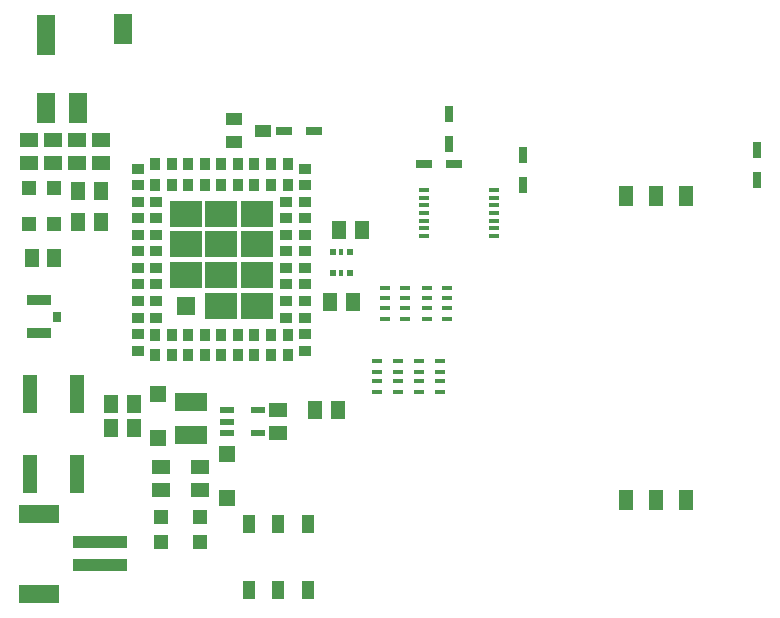
<source format=gbr>
G04 EAGLE Gerber RS-274X export*
G75*
%MOMM*%
%FSLAX34Y34*%
%LPD*%
%INSolderpaste Top*%
%IPPOS*%
%AMOC8*
5,1,8,0,0,1.08239X$1,22.5*%
G01*
%ADD10R,0.900000X1.100000*%
%ADD11R,1.100000X0.900000*%
%ADD12R,1.500000X1.500000*%
%ADD13R,2.700000X2.300000*%
%ADD14R,1.200000X0.550000*%
%ADD15R,1.200000X1.200000*%
%ADD16R,1.500000X1.300000*%
%ADD17R,4.600000X1.000000*%
%ADD18R,3.400000X1.600000*%
%ADD19R,1.300000X1.500000*%
%ADD20R,1.200000X3.200000*%
%ADD21R,1.400000X1.400000*%
%ADD22R,2.700000X1.600000*%
%ADD23R,0.500000X0.500000*%
%ADD24R,0.400000X0.500000*%
%ADD25R,0.900000X0.450000*%
%ADD26R,1.300000X1.700000*%
%ADD27R,1.350000X0.800000*%
%ADD28R,1.400000X1.000000*%
%ADD29R,0.800000X1.350000*%
%ADD30R,0.900000X0.350000*%
%ADD31R,1.500000X2.500000*%
%ADD32R,1.500000X3.400000*%
%ADD33R,0.762000X0.965200*%
%ADD34R,2.133600X0.812800*%
%ADD35R,1.000000X1.500000*%


D10*
X121800Y221260D03*
X135800Y221260D03*
X149800Y221260D03*
X163800Y221260D03*
X177800Y221260D03*
X191800Y221260D03*
X205800Y221260D03*
X219800Y221260D03*
X233800Y221260D03*
D11*
X248800Y225260D03*
X248800Y239260D03*
X248800Y253260D03*
X248800Y267260D03*
X248800Y281260D03*
X248800Y295260D03*
X248800Y309260D03*
X248800Y323260D03*
X248800Y337260D03*
X248800Y351260D03*
X248800Y365260D03*
X248800Y379260D03*
D10*
X233800Y383260D03*
X219800Y383260D03*
X205800Y383260D03*
X191800Y383260D03*
X177800Y383260D03*
X163800Y383260D03*
X149800Y383260D03*
X135800Y383260D03*
X121800Y383260D03*
D11*
X106800Y379260D03*
X106800Y365260D03*
X106800Y351260D03*
X106800Y337260D03*
X106800Y323260D03*
X106800Y309260D03*
X106800Y295260D03*
X106800Y281260D03*
X106800Y267260D03*
X106800Y253260D03*
X106800Y239260D03*
X106800Y225260D03*
D10*
X121800Y238660D03*
X135800Y238660D03*
X149800Y238660D03*
X163800Y238660D03*
X177800Y238660D03*
X191800Y238660D03*
X205800Y238660D03*
X219800Y238660D03*
X233800Y238660D03*
D11*
X232800Y253260D03*
X232800Y267260D03*
X232800Y281260D03*
X232800Y295260D03*
X232800Y309260D03*
X232800Y323260D03*
X232800Y337260D03*
X232800Y351260D03*
D10*
X233800Y365860D03*
X219800Y365860D03*
X205800Y365860D03*
X191800Y365860D03*
X177800Y365860D03*
X163800Y365860D03*
X149800Y365860D03*
X135800Y365860D03*
X121800Y365860D03*
D11*
X122800Y351260D03*
X122800Y337260D03*
X122800Y323260D03*
X122800Y309260D03*
X122800Y295260D03*
X122800Y281260D03*
X122800Y267260D03*
X122800Y253260D03*
D12*
X147800Y263260D03*
D13*
X177800Y263260D03*
X207800Y263260D03*
X207800Y289260D03*
X207800Y315260D03*
X207800Y341260D03*
X177800Y341260D03*
X147800Y341260D03*
X147800Y315260D03*
X147800Y289260D03*
X177800Y289260D03*
X177800Y315260D03*
D14*
X182579Y174600D03*
X182579Y165100D03*
X182579Y155600D03*
X208581Y155600D03*
X208581Y174600D03*
D15*
X160020Y84160D03*
X160020Y63160D03*
X127000Y63160D03*
X127000Y84160D03*
D16*
X160020Y107340D03*
X160020Y126340D03*
X127000Y107340D03*
X127000Y126340D03*
D17*
X75100Y43340D03*
X75100Y63340D03*
D18*
X23100Y19340D03*
X23100Y87340D03*
D16*
X226060Y155600D03*
X226060Y174600D03*
D19*
X257200Y175260D03*
X276200Y175260D03*
D20*
X15560Y120940D03*
X15560Y188940D03*
X55560Y188940D03*
X55560Y120940D03*
D21*
X124460Y151680D03*
X124460Y188680D03*
D19*
X103480Y180340D03*
X84480Y180340D03*
X103480Y160020D03*
X84480Y160020D03*
D22*
X152400Y153640D03*
X152400Y181640D03*
D23*
X286900Y308720D03*
D24*
X279400Y308720D03*
D23*
X271900Y308720D03*
X271900Y290720D03*
D24*
X279400Y290720D03*
D23*
X286900Y290720D03*
D19*
X277520Y327660D03*
X296520Y327660D03*
D15*
X14900Y332740D03*
X35900Y332740D03*
X14900Y363220D03*
X35900Y363220D03*
D19*
X17170Y303530D03*
X36170Y303530D03*
X56540Y360680D03*
X75540Y360680D03*
D25*
X345500Y190470D03*
X362500Y190470D03*
X345500Y199470D03*
X345500Y207470D03*
X345500Y216470D03*
X362500Y216470D03*
X362500Y199470D03*
X362500Y207470D03*
X326940Y216470D03*
X309940Y216470D03*
X326940Y207470D03*
X326940Y199470D03*
X326940Y190470D03*
X309940Y190470D03*
X309940Y207470D03*
X309940Y199470D03*
X315940Y252430D03*
X332940Y252430D03*
X315940Y261430D03*
X315940Y269430D03*
X315940Y278430D03*
X332940Y278430D03*
X332940Y261430D03*
X332940Y269430D03*
X351500Y252430D03*
X368500Y252430D03*
X351500Y261430D03*
X351500Y269430D03*
X351500Y278430D03*
X368500Y278430D03*
X368500Y261430D03*
X368500Y269430D03*
D26*
X571280Y98830D03*
X545880Y98830D03*
X520480Y98830D03*
X520480Y355830D03*
X545880Y355830D03*
X571280Y355830D03*
D27*
X256540Y411480D03*
X231140Y411480D03*
D28*
X212660Y411480D03*
X188660Y401980D03*
X188660Y420980D03*
D27*
X374650Y383540D03*
X349250Y383540D03*
D29*
X433070Y391160D03*
X433070Y365760D03*
X631190Y394970D03*
X631190Y369570D03*
D30*
X408218Y322384D03*
X408218Y328884D03*
X408218Y335384D03*
X408218Y341884D03*
X408218Y348384D03*
X408218Y354884D03*
X408218Y361384D03*
X349718Y361384D03*
X349718Y354884D03*
X349718Y348384D03*
X349718Y341884D03*
X349718Y335384D03*
X349718Y328884D03*
X349718Y322384D03*
D31*
X29270Y430550D03*
X94270Y497550D03*
X56270Y430550D03*
D32*
X29270Y492550D03*
D16*
X35560Y403200D03*
X35560Y384200D03*
X15240Y403200D03*
X15240Y384200D03*
X55880Y384200D03*
X55880Y403200D03*
X76200Y384200D03*
X76200Y403200D03*
D19*
X288900Y266700D03*
X269900Y266700D03*
D33*
X38354Y254000D03*
D34*
X23114Y267954D03*
X23114Y240046D03*
D35*
X201060Y78800D03*
X226060Y78800D03*
X251060Y78800D03*
X251060Y22800D03*
X226060Y22800D03*
X201060Y22800D03*
D21*
X182880Y100880D03*
X182880Y137880D03*
D19*
X75540Y334010D03*
X56540Y334010D03*
D29*
X370840Y425450D03*
X370840Y400050D03*
M02*

</source>
